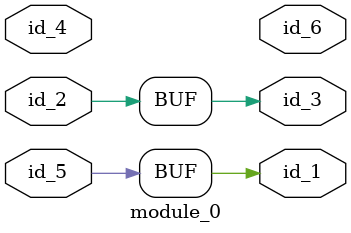
<source format=v>
module module_0 (
    id_1,
    id_2,
    id_3,
    id_4,
    id_5,
    id_6
);
  output id_6;
  inout id_5;
  input id_4;
  output id_3;
  input id_2;
  output id_1;
  assign id_1 = id_5;
  assign id_3 = id_2;
endmodule

</source>
